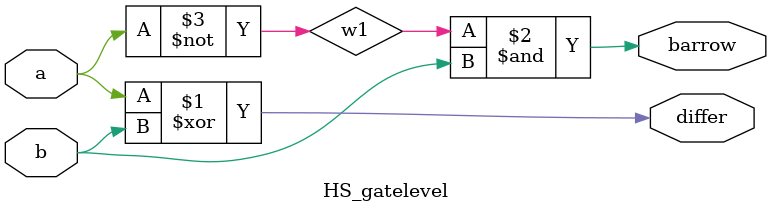
<source format=v>
`timescale 1ns / 1ps


module HS_gatelevel(
    input a,
    input b,
    output differ,
    output barrow
    );
    wire w1;
    not n(w1,a);
    xor di(differ,a,b); 
    and ba(barrow,w1,b);
    
endmodule

</source>
